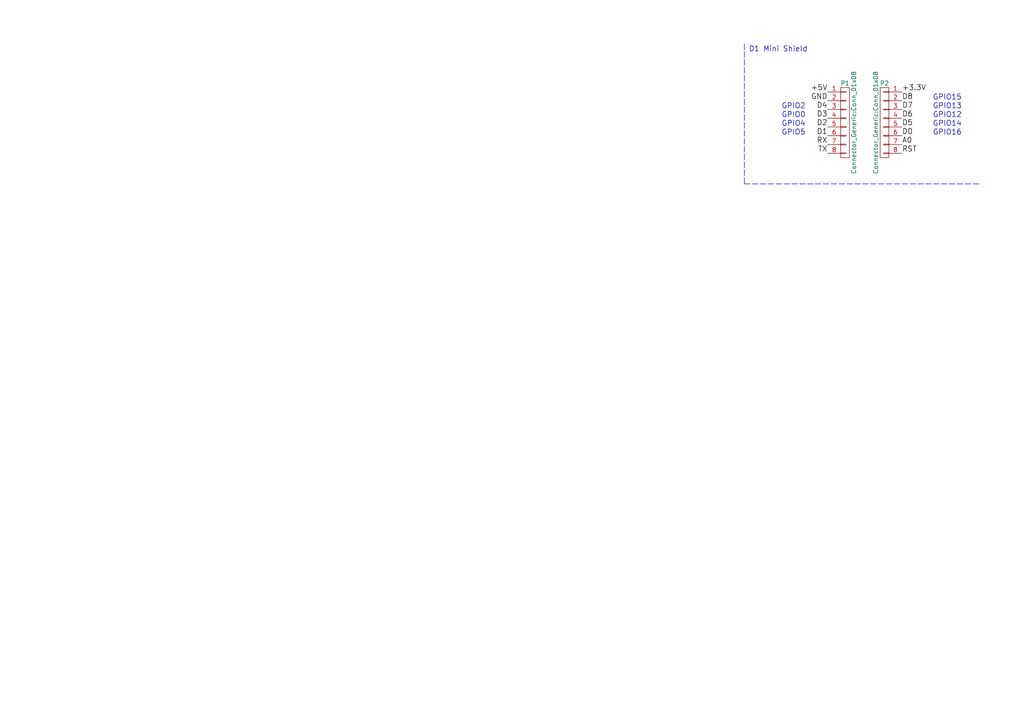
<source format=kicad_sch>
(kicad_sch (version 20231120) (generator "eeschema") (generator_version "8.0")
  (paper "A4")
  (lib_symbols
    (symbol "Connector_Generic:Conn_01x08" (pin_names (offset 1.016) hide)
      (property "Reference" "P" (at 0 11.43 0))
      (property "Value" "Conn_01x08" (at 2.54 0 90))
      (symbol "Conn_01x08_0_1"
        (rectangle (start -1.27 -10.16) (end 1.27 10.16))
        (rectangle (start -1.27 -8.763) (end 0.254 -9.017))
        (rectangle (start -1.27 -6.223) (end 0.254 -6.477))
        (rectangle (start -1.27 -3.683) (end 0.254 -3.937))
        (rectangle (start -1.27 -1.143) (end 0.254 -1.397))
        (rectangle (start -1.27 1.397) (end 0.254 1.143))
        (rectangle (start -1.27 3.937) (end 0.254 3.683))
        (rectangle (start -1.27 6.477) (end 0.254 6.223))
        (rectangle (start -1.27 9.017) (end 0.254 8.763))
      )
      (symbol "Conn_01x08_1_1"
        (pin passive line (at -5.08 8.89 0) (length 3.81) (name "P1") (number "1"))
        (pin passive line (at -5.08 6.35 0) (length 3.81) (name "P2") (number "2"))
        (pin passive line (at -5.08 3.81 0) (length 3.81) (name "P3") (number "3"))
        (pin passive line (at -5.08 1.27 0) (length 3.81) (name "P4") (number "4"))
        (pin passive line (at -5.08 -1.27 0) (length 3.81) (name "P5") (number "5"))
        (pin passive line (at -5.08 -3.81 0) (length 3.81) (name "P6") (number "6"))
        (pin passive line (at -5.08 -6.35 0) (length 3.81) (name "P7") (number "7"))
        (pin passive line (at -5.08 -8.89 0) (length 3.81) (name "P8") (number "8"))
      )
    )
  )
  (polyline (pts (xy 215.9 53.34) (xy 284.48 53.34)) (stroke (width 0) (type dash)))
  (polyline (pts (xy 215.9 12.7) (xy 215.9 53.34)) (stroke (width 0) (type dash)))
  (text "GPIO12" (at 270.51 34.29 0) (effects (font (size 1.524 1.524)) (justify left bottom)))
  (text "GPIO2" (at 233.68 31.75 0) (effects (font (size 1.524 1.524)) (justify right bottom)))
  (text "GPIO16" (at 270.51 39.37 0) (effects (font (size 1.524 1.524)) (justify left bottom)))
  (text "GPIO13" (at 270.51 31.75 0) (effects (font (size 1.524 1.524)) (justify left bottom)))
  (text "GPIO4" (at 233.68 36.83 0) (effects (font (size 1.524 1.524)) (justify right bottom)))
  (text "GPIO15" (at 270.51 29.21 0) (effects (font (size 1.524 1.524)) (justify left bottom)))
  (text "D1 Mini Shield" (at 217.17 15.24 0) (effects (font (size 1.524 1.524)) (justify left bottom)))
  (text "GPIO5" (at 233.68 39.37 0) (effects (font (size 1.524 1.524)) (justify right bottom)))
  (text "GPIO0" (at 233.68 34.29 0) (effects (font (size 1.524 1.524)) (justify right bottom)))
  (text "GPIO14" (at 270.51 36.83 0) (effects (font (size 1.524 1.524)) (justify left bottom)))
  (label "D1" (at 240.03 39.37 180) (effects (font (size 1.524 1.524))))
  (label "+3.3V" (at 261.62 26.67 0) (effects (font (size 1.524 1.524))))
  (label "D3" (at 240.03 34.29 180) (effects (font (size 1.524 1.524))))
  (label "D0" (at 261.62 39.37 0) (effects (font (size 1.524 1.524))))
  (label "D8" (at 261.62 29.21 0) (effects (font (size 1.524 1.524))))
  (label "D5" (at 261.62 36.83 0) (effects (font (size 1.524 1.524))))
  (label "GND" (at 240.03 29.21 180) (effects (font (size 1.524 1.524))))
  (label "A0" (at 261.62 41.91 0) (effects (font (size 1.524 1.524))))
  (label "D2" (at 240.03 36.83 180) (effects (font (size 1.524 1.524))))
  (label "D6" (at 261.62 34.29 0) (effects (font (size 1.524 1.524))))
  (label "+5V" (at 240.03 26.67 180) (effects (font (size 1.524 1.524))))
  (label "TX" (at 240.03 44.45 180) (effects (font (size 1.524 1.524))))
  (label "RST" (at 261.62 44.45 0) (effects (font (size 1.524 1.524))))
  (label "D7" (at 261.62 31.75 0) (effects (font (size 1.524 1.524))))
  (label "RX" (at 240.03 41.91 180) (effects (font (size 1.524 1.524))))
  (label "D4" (at 240.03 31.75 180) (effects (font (size 1.524 1.524))))
  (symbol (lib_id "Connector_Generic:Conn_01x08") (at 245.11 35.56 0) (unit 1)
    (property "Reference" "P1" (at 245.11 24.13 0))
    (property "Value" "Connector_Generic:Conn_01x08" (at 247.65 35.56 90))
    (property "Footprint" "D1_mini:D1_mini_Pin_Header" (effects (hide yes)))
  )
  (symbol (lib_id "Connector_Generic:Conn_01x08") (at 256.54 35.56 0) (mirror y) (unit 1)
    (property "Reference" "P2" (at 256.54 24.13 0))
    (property "Value" "Connector_Generic:Conn_01x08" (at 254 35.56 90))
    (property "Footprint" "D1_mini:D1_mini_Pin_Header" (effects (hide yes)))
  )
)
</source>
